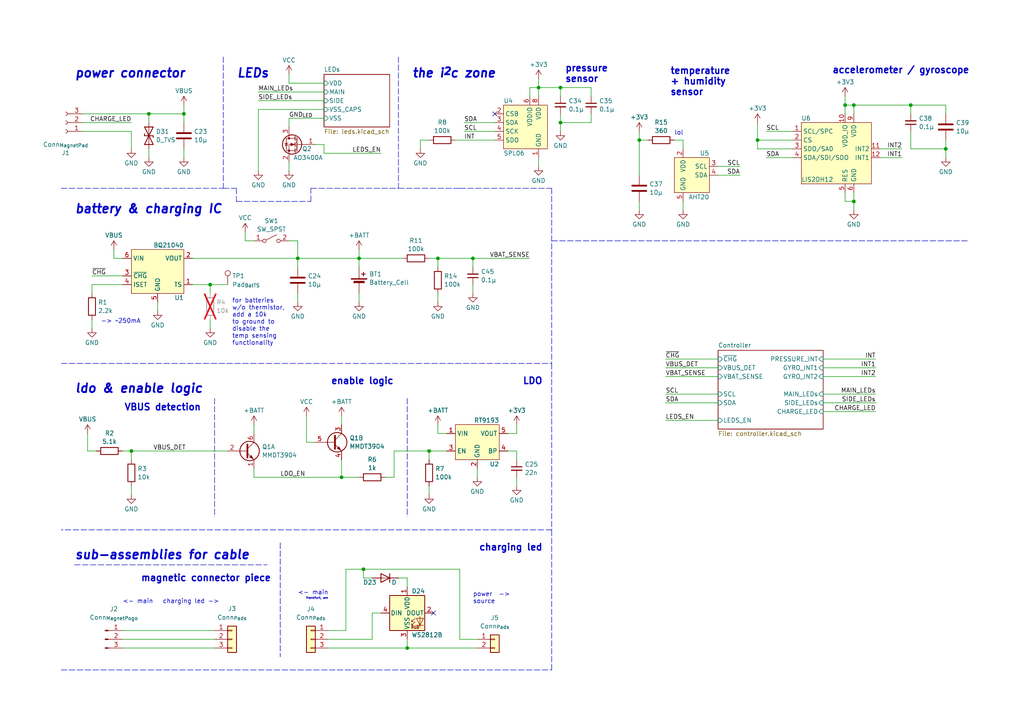
<source format=kicad_sch>
(kicad_sch (version 20230121) (generator eeschema)
  (paper "A4")
  (title_block (title "Self contained addressible RGB ring for 3M 501") (date "2024-01-08") (rev "r0.1") (company "xenua"))
  (lib_symbols
    (symbol "Connector:Conn_01x03_Pin" (pin_names (offset 1.016) hide)
      (property "Reference" "J" (at 0 5.08 0))
      (property "Value" "Conn_01x03_Pin" (at 0 -5.08 0))
      (symbol "Conn_01x03_Pin_1_1"
        (polyline (pts (xy 1.27 -2.54) (xy 0.8636 -2.54)) (stroke (width 0.1524)))
        (polyline (pts (xy 1.27 0) (xy 0.8636 0)) (stroke (width 0.1524)))
        (polyline (pts (xy 1.27 2.54) (xy 0.8636 2.54)) (stroke (width 0.1524)))
        (rectangle (start 0.8636 -2.413) (end 0 -2.667) (stroke (width 0.1524)) (fill (type outline)))
        (rectangle (start 0.8636 0.127) (end 0 -0.127) (stroke (width 0.1524)) (fill (type outline)))
        (rectangle (start 0.8636 2.667) (end 0 2.413) (stroke (width 0.1524)) (fill (type outline)))
        (pin passive line (at 5.08 2.54 180) (length 3.81) (name "Pin_1") (number "1"))
        (pin passive line (at 5.08 0 180) (length 3.81) (name "Pin_2") (number "2"))
        (pin passive line (at 5.08 -2.54 180) (length 3.81) (name "Pin_3") (number "3"))
      )
    )
    (symbol "Connector:Conn_01x03_Socket" (pin_names (offset 1.016) hide)
      (property "Reference" "J" (at 0 5.08 0))
      (property "Value" "Conn_01x03_Socket" (at 0 -5.08 0))
      (symbol "Conn_01x03_Socket_1_1"
        (arc (start 0 -2.032) (mid -0.5058 -2.54) (end 0 -3.048) (stroke (width 0.1524)))
        (polyline (pts (xy -1.27 -2.54) (xy -0.508 -2.54)) (stroke (width 0.1524)))
        (polyline (pts (xy -1.27 0) (xy -0.508 0)) (stroke (width 0.1524)))
        (polyline (pts (xy -1.27 2.54) (xy -0.508 2.54)) (stroke (width 0.1524)))
        (arc (start 0 0.508) (mid -0.5058 0) (end 0 -0.508) (stroke (width 0.1524)))
        (arc (start 0 3.048) (mid -0.5058 2.54) (end 0 2.032) (stroke (width 0.1524)))
        (pin passive line (at -5.08 2.54 0) (length 3.81) (name "Pin_1") (number "1"))
        (pin passive line (at -5.08 0 0) (length 3.81) (name "Pin_2") (number "2"))
        (pin passive line (at -5.08 -2.54 0) (length 3.81) (name "Pin_3") (number "3"))
      )
    )
    (symbol "Connector:TestPoint" (pin_numbers hide) (pin_names (offset 0.762) hide)
      (property "Reference" "TP" (at 0 6.858 0))
      (property "Value" "TestPoint" (at 0 5.08 0))
      (symbol "TestPoint_0_1"
        (circle (center 0 3.302) (radius 0.762))
      )
      (symbol "TestPoint_1_1"
        (pin passive line (at 0 0 90) (length 2.54) (name "1") (number "1"))
      )
    )
    (symbol "Connector_Generic:Conn_01x02" (pin_names (offset 1.016) hide)
      (property "Reference" "J" (at 0 2.54 0))
      (property "Value" "Conn_01x02" (at 0 -5.08 0))
      (symbol "Conn_01x02_1_1"
        (rectangle (start -1.27 -2.413) (end 0 -2.667) (stroke (width 0.1524)))
        (rectangle (start -1.27 0.127) (end 0 -0.127) (stroke (width 0.1524)))
        (rectangle (start -1.27 1.27) (end 1.27 -3.81) (stroke (width 0.254)) (fill (type background)))
        (pin passive line (at -5.08 0 0) (length 3.81) (name "Pin_1") (number "1"))
        (pin passive line (at -5.08 -2.54 0) (length 3.81) (name "Pin_2") (number "2"))
      )
    )
    (symbol "Connector_Generic:Conn_01x03" (pin_names (offset 1.016) hide)
      (property "Reference" "J" (at 0 5.08 0))
      (property "Value" "Conn_01x03" (at 0 -5.08 0))
      (symbol "Conn_01x03_1_1"
        (rectangle (start -1.27 -2.413) (end 0 -2.667) (stroke (width 0.1524)))
        (rectangle (start -1.27 0.127) (end 0 -0.127) (stroke (width 0.1524)))
        (rectangle (start -1.27 2.667) (end 0 2.413) (stroke (width 0.1524)))
        (rectangle (start -1.27 3.81) (end 1.27 -3.81) (stroke (width 0.254)) (fill (type background)))
        (pin passive line (at -5.08 2.54 0) (length 3.81) (name "Pin_1") (number "1"))
        (pin passive line (at -5.08 0 0) (length 3.81) (name "Pin_2") (number "2"))
        (pin passive line (at -5.08 -2.54 0) (length 3.81) (name "Pin_3") (number "3"))
      )
    )
    (symbol "Device:Battery_Cell" (pin_numbers hide) (pin_names (offset 0) hide)
      (property "Reference" "BT" (at 2.54 2.54 0))
      (property "Value" "Battery_Cell" (at 2.54 0 0))
      (symbol "Battery_Cell_0_1"
        (rectangle (start -2.286 1.778) (end 2.286 1.524) (fill (type outline)))
        (rectangle (start -1.524 1.016) (end 1.524 0.508) (fill (type outline)))
        (polyline (pts (xy 0 0.762) (xy 0 0)))
        (polyline (pts (xy 0 1.778) (xy 0 2.54)))
        (polyline (pts (xy 0.762 3.048) (xy 1.778 3.048)) (stroke (width 0.254)))
        (polyline (pts (xy 1.27 3.556) (xy 1.27 2.54)) (stroke (width 0.254)))
      )
      (symbol "Battery_Cell_1_1"
        (pin passive line (at 0 5.08 270) (length 2.54) (name "+") (number "1"))
        (pin passive line (at 0 -2.54 90) (length 2.54) (name "-") (number "2"))
      )
    )
    (symbol "Device:C" (pin_numbers hide) (pin_names (offset 0.254))
      (property "Reference" "C" (at 0.635 2.54 0))
      (property "Value" "C" (at 0.635 -2.54 0))
      (symbol "C_0_1"
        (polyline (pts (xy -2.032 -0.762) (xy 2.032 -0.762)) (stroke (width 0.508)))
        (polyline (pts (xy -2.032 0.762) (xy 2.032 0.762)) (stroke (width 0.508)))
      )
      (symbol "C_1_1"
        (pin passive line (at 0 3.81 270) (length 2.794) (name "~") (number "1"))
        (pin passive line (at 0 -3.81 90) (length 2.794) (name "~") (number "2"))
      )
    )
    (symbol "Device:C_Small" (pin_numbers hide) (pin_names (offset 0.254) hide)
      (property "Reference" "C" (at 0.254 1.778 0))
      (property "Value" "C_Small" (at 0.254 -2.032 0))
      (symbol "C_Small_0_1"
        (polyline (pts (xy -1.524 -0.508) (xy 1.524 -0.508)) (stroke (width 0.3302)))
        (polyline (pts (xy -1.524 0.508) (xy 1.524 0.508)) (stroke (width 0.3048)))
      )
      (symbol "C_Small_1_1"
        (pin passive line (at 0 2.54 270) (length 2.032) (name "~") (number "1"))
        (pin passive line (at 0 -2.54 90) (length 2.032) (name "~") (number "2"))
      )
    )
    (symbol "Device:D" (pin_numbers hide) (pin_names (offset 1.016) hide)
      (property "Reference" "D" (at 0 2.54 0))
      (property "Value" "D" (at 0 -2.54 0))
      (symbol "D_0_1"
        (polyline (pts (xy -1.27 1.27) (xy -1.27 -1.27)) (stroke (width 0.254)))
        (polyline (pts (xy 1.27 0) (xy -1.27 0)))
        (polyline (pts (xy 1.27 1.27) (xy 1.27 -1.27) (xy -1.27 0) (xy 1.27 1.27)) (stroke (width 0.254)))
      )
      (symbol "D_1_1"
        (pin passive line (at -3.81 0 0) (length 2.54) (name "K") (number "1"))
        (pin passive line (at 3.81 0 180) (length 2.54) (name "A") (number "2"))
      )
    )
    (symbol "Device:D_TVS" (pin_numbers hide) (pin_names (offset 1.016) hide)
      (property "Reference" "D" (at 0 2.54 0))
      (property "Value" "D_TVS" (at 0 -2.54 0))
      (symbol "D_TVS_0_1"
        (polyline (pts (xy 1.27 0) (xy -1.27 0)))
        (polyline (pts (xy 0.508 1.27) (xy 0 1.27) (xy 0 -1.27) (xy -0.508 -1.27)) (stroke (width 0.254)))
        (polyline (pts (xy -2.54 1.27) (xy -2.54 -1.27) (xy 2.54 1.27) (xy 2.54 -1.27) (xy -2.54 1.27)) (stroke (width 0.254)))
      )
      (symbol "D_TVS_1_1"
        (pin passive line (at -3.81 0 0) (length 2.54) (name "A1") (number "1"))
        (pin passive line (at 3.81 0 180) (length 2.54) (name "A2") (number "2"))
      )
    )
    (symbol "Device:R" (pin_numbers hide) (pin_names (offset 0))
      (property "Reference" "R" (at 2.032 0 90))
      (property "Value" "R" (at 0 0 90))
      (symbol "R_0_1"
        (rectangle (start -1.016 -2.54) (end 1.016 2.54) (stroke (width 0.254)))
      )
      (symbol "R_1_1"
        (pin passive line (at 0 3.81 270) (length 1.27) (name "~") (number "1"))
        (pin passive line (at 0 -3.81 90) (length 1.27) (name "~") (number "2"))
      )
    )
    (symbol "LED:WS2812B" (pin_names (offset 0.254))
      (property "Reference" "D" (at 5.08 5.715 0))
      (property "Value" "WS2812B" (at 1.27 -5.715 0))
      (symbol "WS2812B_0_0"
        (text "RGB" (at 2.286 -4.191 0) (effects (font (size 0.762 0.762))))
      )
      (symbol "WS2812B_0_1"
        (polyline (pts (xy 1.27 -3.556) (xy 1.778 -3.556)))
        (polyline (pts (xy 1.27 -2.54) (xy 1.778 -2.54)))
        (polyline (pts (xy 4.699 -3.556) (xy 2.667 -3.556)))
        (polyline (pts (xy 2.286 -2.54) (xy 1.27 -3.556) (xy 1.27 -3.048)))
        (polyline (pts (xy 2.286 -1.524) (xy 1.27 -2.54) (xy 1.27 -2.032)))
        (polyline (pts (xy 3.683 -1.016) (xy 3.683 -3.556) (xy 3.683 -4.064)))
        (polyline (pts (xy 4.699 -1.524) (xy 2.667 -1.524) (xy 3.683 -3.556) (xy 4.699 -1.524)))
        (rectangle (start 5.08 5.08) (end -5.08 -5.08) (stroke (width 0.254)) (fill (type background)))
      )
      (symbol "WS2812B_1_1"
        (pin power_in line (at 0 7.62 270) (length 2.54) (name "VDD") (number "1"))
        (pin output line (at 7.62 0 180) (length 2.54) (name "DOUT") (number "2"))
        (pin power_in line (at 0 -7.62 90) (length 2.54) (name "VSS") (number "3"))
        (pin input line (at -7.62 0 0) (length 2.54) (name "DIN") (number "4"))
      )
    )
    (symbol "Switch:SW_SPST" (pin_names (offset 0) hide)
      (property "Reference" "SW" (at 0 3.175 0))
      (property "Value" "SW_SPST" (at 0 -2.54 0))
      (symbol "SW_SPST_0_0"
        (circle (center -2.032 0) (radius 0.508))
        (polyline (pts (xy -1.524 0.254) (xy 1.524 1.778)))
        (circle (center 2.032 0) (radius 0.508))
      )
      (symbol "SW_SPST_1_1"
        (pin passive line (at -5.08 0 0) (length 2.54) (name "A") (number "1"))
        (pin passive line (at 5.08 0 180) (length 2.54) (name "B") (number "2"))
      )
    )
    (symbol "Transistor_BJT:MMDT3904" (pin_names (offset 0) hide)
      (property "Reference" "Q" (at 5.08 1.27 0))
      (property "Value" "MMDT3904" (at 5.08 -1.27 0))
      (symbol "MMDT3904_0_1"
        (polyline (pts (xy 0.635 0) (xy -2.54 0)))
        (polyline (pts (xy 0.635 0.635) (xy 2.54 2.54)))
        (polyline (pts (xy 0.635 -0.635) (xy 2.54 -2.54) (xy 2.54 -2.54)))
        (polyline (pts (xy 0.635 1.905) (xy 0.635 -1.905) (xy 0.635 -1.905)) (stroke (width 0.508)))
        (polyline (pts (xy 1.27 -1.778) (xy 1.778 -1.27) (xy 2.286 -2.286) (xy 1.27 -1.778) (xy 1.27 -1.778)) (fill (type outline)))
        (circle (center 1.27 0) (radius 2.8194) (stroke (width 0.254)))
      )
      (symbol "MMDT3904_1_1"
        (pin passive line (at 2.54 -5.08 90) (length 2.54) (name "E1") (number "1"))
        (pin input line (at -5.08 0 0) (length 2.54) (name "B1") (number "2"))
        (pin passive line (at 2.54 5.08 270) (length 2.54) (name "C1") (number "6"))
      )
      (symbol "MMDT3904_2_1"
        (pin passive line (at 2.54 5.08 270) (length 2.54) (name "C2") (number "3"))
        (pin passive line (at 2.54 -5.08 90) (length 2.54) (name "E2") (number "4"))
        (pin input line (at -5.08 0 0) (length 2.54) (name "B2") (number "5"))
      )
    )
    (symbol "Transistor_FET:AO3400A" (pin_names hide)
      (property "Reference" "Q" (at 5.08 1.905 0))
      (property "Value" "AO3400A" (at 5.08 0 0))
      (symbol "AO3400A_0_1"
        (polyline (pts (xy 0.254 0) (xy -2.54 0)))
        (polyline (pts (xy 0.254 1.905) (xy 0.254 -1.905)) (stroke (width 0.254)))
        (polyline (pts (xy 0.762 -1.27) (xy 0.762 -2.286)) (stroke (width 0.254)))
        (polyline (pts (xy 0.762 0.508) (xy 0.762 -0.508)) (stroke (width 0.254)))
        (polyline (pts (xy 0.762 2.286) (xy 0.762 1.27)) (stroke (width 0.254)))
        (polyline (pts (xy 2.54 2.54) (xy 2.54 1.778)))
        (polyline (pts (xy 2.54 -2.54) (xy 2.54 0) (xy 0.762 0)))
        (polyline (pts (xy 0.762 -1.778) (xy 3.302 -1.778) (xy 3.302 1.778) (xy 0.762 1.778)))
        (polyline (pts (xy 1.016 0) (xy 2.032 0.381) (xy 2.032 -0.381) (xy 1.016 0)) (fill (type outline)))
        (polyline (pts (xy 2.794 0.508) (xy 2.921 0.381) (xy 3.683 0.381) (xy 3.81 0.254)))
        (polyline (pts (xy 3.302 0.381) (xy 2.921 -0.254) (xy 3.683 -0.254) (xy 3.302 0.381)))
        (circle (center 1.651 0) (radius 2.794) (stroke (width 0.254)))
        (circle (center 2.54 -1.778) (radius 0.254) (fill (type outline)))
        (circle (center 2.54 1.778) (radius 0.254) (fill (type outline)))
      )
      (symbol "AO3400A_1_1"
        (pin input line (at -5.08 0 0) (length 2.54) (name "G") (number "1"))
        (pin passive line (at 2.54 -5.08 90) (length 2.54) (name "S") (number "2"))
        (pin passive line (at 2.54 5.08 270) (length 2.54) (name "D") (number "3"))
      )
    )
    (symbol "power:+3V3" (power) (pin_names (offset 0))
      (property "Value" "+3V3" (at 0 3.556 0))
      (symbol "+3V3_0_1"
        (polyline (pts (xy -0.762 1.27) (xy 0 2.54)))
        (polyline (pts (xy 0 0) (xy 0 2.54)))
        (polyline (pts (xy 0 2.54) (xy 0.762 1.27)))
      )
      (symbol "+3V3_1_1"
        (pin power_in line (at 0 0 90) (length 0) hide (name "+3V3") (number "1"))
      )
    )
    (symbol "power:+BATT" (power) (pin_names (offset 0))
      (property "Value" "+BATT" (at 0 3.556 0))
      (symbol "+BATT_0_1"
        (polyline (pts (xy -0.762 1.27) (xy 0 2.54)))
        (polyline (pts (xy 0 0) (xy 0 2.54)))
        (polyline (pts (xy 0 2.54) (xy 0.762 1.27)))
      )
      (symbol "+BATT_1_1"
        (pin power_in line (at 0 0 90) (length 0) hide (name "+BATT") (number "1"))
      )
    )
    (symbol "power:GND" (power) (pin_names (offset 0))
      (property "Value" "GND" (at 0 -3.81 0))
      (symbol "GND_0_1"
        (polyline (pts (xy 0 0) (xy 0 -1.27) (xy 1.27 -1.27) (xy 0 -2.54) (xy -1.27 -1.27) (xy 0 -1.27)))
      )
      (symbol "GND_1_1"
        (pin power_in line (at 0 0 270) (length 0) hide (name "GND") (number "1"))
      )
    )
    (symbol "power:VBUS" (power) (pin_names (offset 0))
      (property "Value" "VBUS" (at 0 3.81 0))
      (symbol "VBUS_0_1"
        (polyline (pts (xy -0.762 1.27) (xy 0 2.54)))
        (polyline (pts (xy 0 0) (xy 0 2.54)))
        (polyline (pts (xy 0 2.54) (xy 0.762 1.27)))
      )
      (symbol "VBUS_1_1"
        (pin power_in line (at 0 0 90) (length 0) hide (name "VBUS") (number "1"))
      )
    )
    (symbol "power:VCC" (power) (pin_names (offset 0))
      (property "Value" "VCC" (at 0 3.81 0))
      (symbol "VCC_0_1"
        (polyline (pts (xy -0.762 1.27) (xy 0 2.54)))
        (polyline (pts (xy 0 0) (xy 0 2.54)))
        (polyline (pts (xy 0 2.54) (xy 0.762 1.27)))
      )
      (symbol "VCC_1_1"
        (pin power_in line (at 0 0 90) (length 0) hide (name "VCC") (number "1"))
      )
    )
    (symbol "xenua:AHT20"
      (property "Reference" "U" (at 5.08 6.35 0))
      (property "Value" "AHT20" (at 5.08 -6.35 0))
      (symbol "AHT20_0_1"
        (rectangle (start 3.81 -5.08) (end 3.81 -5.08))
      )
      (symbol "AHT20_1_1"
        (rectangle (start -5.08 5.08) (end 5.08 -5.08) (fill (type background)))
        (pin no_connect line (at 7.62 -2.54 180) (length 2.54) hide (name "NC") (number "1"))
        (pin power_in line (at -2.54 7.62 270) (length 2.54) (name "VDD") (number "2"))
        (pin input line (at 7.62 2.54 180) (length 2.54) (name "SCL") (number "3"))
        (pin input line (at 7.62 0 180) (length 2.54) (name "SDA") (number "4"))
        (pin power_in line (at -2.54 -7.62 90) (length 2.54) (name "GND") (number "5"))
        (pin no_connect line (at 7.62 -2.54 180) (length 2.54) hide (name "NC") (number "6"))
      )
    )
    (symbol "xenua:BQ21040"
      (property "Reference" "U" (at 7.62 -7.62 0))
      (property "Value" "BQ21040" (at 7.62 7.62 0))
      (symbol "BQ21040_1_1"
        (rectangle (start -7.62 6.35) (end 7.62 -6.35) (fill (type background)))
        (pin input line (at 10.16 -3.81 180) (length 2.54) (name "TS") (number "1"))
        (pin power_out line (at 10.16 3.81 180) (length 2.54) (name "VOUT") (number "2"))
        (pin output line (at -10.16 -1.27 0) (length 2.54) (name "~{CHG}") (number "3"))
        (pin input line (at -10.16 -3.81 0) (length 2.54) (name "ISET") (number "4"))
        (pin power_in line (at 0 -8.89 90) (length 2.54) (name "GND") (number "5"))
        (pin power_in line (at -10.16 3.81 0) (length 2.54) (name "VIN") (number "6"))
      )
    )
    (symbol "xenua:LIS2DH12"
      (property "Reference" "U" (at 0 1.27 0))
      (property "Value" "LIS2DH12" (at 0 -16.51 0))
      (symbol "LIS2DH12_1_1"
        (rectangle (start 0 0) (end 20.32 -17.78) (fill (type background)))
        (pin input line (at -2.54 -2.54 0) (length 2.54) (name "SCL/SPC") (number "1"))
        (pin power_in line (at 12.7 2.54 270) (length 2.54) (name "VDD_IO") (number "10"))
        (pin output line (at 22.86 -7.62 180) (length 2.54) (name "INT2") (number "11"))
        (pin output line (at 22.86 -10.16 180) (length 2.54) (name "INT1") (number "12"))
        (pin input line (at -2.54 -5.08 0) (length 2.54) (name "CS") (number "2"))
        (pin bidirectional line (at -2.54 -7.62 0) (length 2.54) (name "SDO/SA0") (number "3"))
        (pin bidirectional line (at -2.54 -10.16 0) (length 2.54) (name "SDA/SDI/SDO") (number "4"))
        (pin bidirectional line (at 12.7 -20.32 90) (length 2.54) (name "RES") (number "5"))
        (pin power_in line (at 15.24 -20.32 90) (length 2.54) (name "GND") (number "6"))
        (pin power_in line (at 15.24 -20.32 90) (length 2.54) hide (name "GND") (number "7"))
        (pin power_in line (at 15.24 -20.32 90) (length 2.54) hide (name "GND") (number "8"))
        (pin power_in line (at 15.24 2.54 270) (length 2.54) (name "VDD") (number "9"))
      )
    )
    (symbol "xenua:RT9193"
      (property "Reference" "U" (at 6.35 -6.35 0))
      (property "Value" "RT9193" (at 6.35 6.35 0))
      (symbol "RT9193_1_1"
        (rectangle (start -6.35 5.08) (end 6.35 -5.08) (fill (type background)))
        (pin power_in line (at -8.89 2.54 0) (length 2.54) (name "VIN") (number "1"))
        (pin power_in line (at 0 -7.62 90) (length 2.54) (name "GND") (number "2"))
        (pin input line (at -8.89 -2.54 0) (length 2.54) (name "EN") (number "3"))
        (pin output line (at 8.89 -2.54 180) (length 2.54) (name "BP") (number "4"))
        (pin power_out line (at 8.89 2.54 180) (length 2.54) (name "VOUT") (number "5"))
      )
    )
    (symbol "xenua:SPL06"
      (property "Reference" "U" (at -6.35 7.62 0))
      (property "Value" "SPL06" (at -6.35 -7.62 0))
      (symbol "SPL06_1_1"
        (rectangle (start -6.35 6.35) (end 6.35 -6.35) (fill (type background)))
        (pin power_in line (at 3.81 -8.89 90) (length 2.54) (name "GND") (number "1"))
        (pin input line (at -8.89 3.81 0) (length 2.54) (name "CSB") (number "2"))
        (pin input line (at -8.89 1.27 0) (length 2.54) (name "SDA") (number "3"))
        (pin input line (at -8.89 -1.27 0) (length 2.54) (name "SCK") (number "4"))
        (pin bidirectional line (at -8.89 -3.81 0) (length 2.54) (name "SDO") (number "5"))
        (pin power_in line (at 1.27 8.89 270) (length 2.54) (name "VDDIO") (number "6"))
        (pin power_in line (at 3.81 -8.89 90) (length 2.54) hide (name "GND") (number "7"))
        (pin power_in line (at 3.81 8.89 270) (length 2.54) (name "VDD") (number "8"))
      )
    )
  )
  (junction (at 99.06 138.43))
  (junction (at 219.71 40.64))
  (junction (at 264.16 30.48))
  (junction (at 118.11 187.96))
  (junction (at 274.32 43.18))
  (junction (at 245.11 30.48))
  (junction (at 162.56 35.56))
  (junction (at 162.56 25.4))
  (junction (at 247.65 30.48))
  (junction (at 127 74.93))
  (junction (at 43.18 33.02))
  (junction (at 38.1 130.81))
  (junction (at 60.96 82.55))
  (junction (at 185.42 40.64))
  (junction (at 137.16 74.93))
  (junction (at 104.14 74.93))
  (junction (at 86.36 74.93))
  (junction (at 124.46 130.81))
  (junction (at 156.21 25.4))
  (junction (at 247.65 58.42))
  (junction (at 105.41 165.1))
  (junction (at 53.34 33.02))
  (no_connect (at 125.73 177.8))
  (no_connect (at 143.51 33.02))
  (wire (pts (xy 149.86 123.19) (xy 149.86 125.73)))
  (wire (pts (xy 83.82 34.29) (xy 93.98 34.29)))
  (wire (pts (xy 149.86 130.81) (xy 147.32 130.81)))
  (polyline (pts (xy 81.28 157.48) (xy 81.28 190.5)) (stroke (width 0) (type dash)))
  (wire (pts (xy 83.82 36.83) (xy 83.82 34.29)))
  (wire (pts (xy 198.12 40.64) (xy 198.12 43.18)))
  (wire (pts (xy 238.76 119.38) (xy 254 119.38)))
  (wire (pts (xy 71.12 67.31) (xy 71.12 69.85)))
  (wire (pts (xy 35.56 74.93) (xy 33.02 74.93)))
  (polyline (pts (xy 160.02 54.61) (xy 160.02 105.41)) (stroke (width 0) (type dash)))
  (wire (pts (xy 93.98 41.91) (xy 93.98 44.45)))
  (wire (pts (xy 208.28 50.8) (xy 214.63 50.8)))
  (wire (pts (xy 25.4 125.73) (xy 25.4 130.81)))
  (wire (pts (xy 127 74.93) (xy 124.46 74.93)))
  (wire (pts (xy 162.56 35.56) (xy 162.56 38.1)))
  (wire (pts (xy 185.42 40.64) (xy 187.96 40.64)))
  (polyline (pts (xy 90.17 54.61) (xy 115.57 54.61)) (stroke (width 0) (type dash)))
  (wire (pts (xy 264.16 43.18) (xy 274.32 43.18)))
  (wire (pts (xy 35.56 82.55) (xy 26.67 82.55)))
  (wire (pts (xy 86.36 74.93) (xy 86.36 69.85)))
  (wire (pts (xy 53.34 33.02) (xy 53.34 35.56)))
  (wire (pts (xy 86.36 85.09) (xy 86.36 87.63)))
  (wire (pts (xy 193.04 116.84) (xy 208.28 116.84)))
  (wire (pts (xy 219.71 35.56) (xy 219.71 40.64)))
  (polyline (pts (xy 90.17 58.42) (xy 90.17 54.61)) (stroke (width 0) (type dash)))
  (polyline (pts (xy 17.78 54.61) (xy 64.77 54.61)) (stroke (width 0) (type dash)))
  (wire (pts (xy 162.56 35.56) (xy 171.45 35.56)))
  (wire (pts (xy 238.76 116.84) (xy 254 116.84)))
  (wire (pts (xy 162.56 33.02) (xy 162.56 35.56)))
  (wire (pts (xy 124.46 130.81) (xy 124.46 133.35)))
  (wire (pts (xy 73.66 123.19) (xy 73.66 125.73)))
  (wire (pts (xy 83.82 21.59) (xy 83.82 24.13)))
  (wire (pts (xy 193.04 104.14) (xy 208.28 104.14)))
  (wire (pts (xy 264.16 30.48) (xy 264.16 33.02)))
  (wire (pts (xy 171.45 25.4) (xy 162.56 25.4)))
  (wire (pts (xy 162.56 25.4) (xy 156.21 25.4)))
  (wire (pts (xy 156.21 25.4) (xy 156.21 27.94)))
  (wire (pts (xy 24.13 33.02) (xy 43.18 33.02)))
  (wire (pts (xy 74.93 29.21) (xy 93.98 29.21)))
  (wire (pts (xy 104.14 85.09) (xy 104.14 87.63)))
  (wire (pts (xy 198.12 58.42) (xy 198.12 60.96)))
  (wire (pts (xy 124.46 40.64) (xy 121.92 40.64)))
  (wire (pts (xy 93.98 44.45) (xy 110.49 44.45)))
  (polyline (pts (xy 118.11 115.57) (xy 118.11 149.86)) (stroke (width 0) (type dash)))
  (wire (pts (xy 193.04 109.22) (xy 208.28 109.22)))
  (wire (pts (xy 137.16 82.55) (xy 137.16 85.09)))
  (wire (pts (xy 26.67 82.55) (xy 26.67 85.09)))
  (wire (pts (xy 83.82 46.99) (xy 83.82 49.53)))
  (wire (pts (xy 91.44 41.91) (xy 93.98 41.91)))
  (wire (pts (xy 245.11 55.88) (xy 245.11 58.42)))
  (wire (pts (xy 74.93 31.75) (xy 74.93 49.53)))
  (wire (pts (xy 100.33 165.1) (xy 105.41 165.1)))
  (wire (pts (xy 107.95 177.8) (xy 110.49 177.8)))
  (wire (pts (xy 185.42 38.1) (xy 185.42 40.64)))
  (wire (pts (xy 127 74.93) (xy 137.16 74.93)))
  (wire (pts (xy 137.16 74.93) (xy 137.16 77.47)))
  (wire (pts (xy 274.32 33.02) (xy 274.32 30.48)))
  (wire (pts (xy 38.1 130.81) (xy 38.1 133.35)))
  (wire (pts (xy 127 85.09) (xy 127 87.63)))
  (wire (pts (xy 60.96 92.71) (xy 60.96 95.25)))
  (polyline (pts (xy 160.02 69.85) (xy 280.67 69.85)) (stroke (width 0) (type dash)))
  (wire (pts (xy 156.21 22.86) (xy 156.21 25.4)))
  (wire (pts (xy 274.32 43.18) (xy 274.32 40.64)))
  (wire (pts (xy 95.25 182.88) (xy 100.33 182.88)))
  (wire (pts (xy 53.34 45.72) (xy 53.34 43.18)))
  (wire (pts (xy 149.86 138.43) (xy 149.86 140.97)))
  (wire (pts (xy 115.57 167.64) (xy 118.11 167.64)))
  (wire (pts (xy 238.76 109.22) (xy 254 109.22)))
  (wire (pts (xy 60.96 85.09) (xy 60.96 82.55)))
  (wire (pts (xy 195.58 40.64) (xy 198.12 40.64)))
  (wire (pts (xy 95.25 187.96) (xy 118.11 187.96)))
  (polyline (pts (xy 68.58 54.61) (xy 68.58 58.42)) (stroke (width 0) (type dash)))
  (wire (pts (xy 171.45 33.02) (xy 171.45 35.56)))
  (wire (pts (xy 134.62 35.56) (xy 143.51 35.56)))
  (wire (pts (xy 104.14 74.93) (xy 104.14 77.47)))
  (polyline (pts (xy 115.57 54.61) (xy 133.35 54.61)) (stroke (width 0) (type dash)))
  (wire (pts (xy 238.76 106.68) (xy 254 106.68)))
  (polyline (pts (xy 115.57 16.51) (xy 115.57 54.61)) (stroke (width 0) (type dash)))
  (wire (pts (xy 247.65 58.42) (xy 247.65 60.96)))
  (wire (pts (xy 132.08 40.64) (xy 143.51 40.64)))
  (wire (pts (xy 147.32 125.73) (xy 149.86 125.73)))
  (wire (pts (xy 99.06 138.43) (xy 104.14 138.43)))
  (wire (pts (xy 247.65 30.48) (xy 264.16 30.48)))
  (wire (pts (xy 35.56 185.42) (xy 62.23 185.42)))
  (wire (pts (xy 107.95 185.42) (xy 95.25 185.42)))
  (wire (pts (xy 53.34 30.48) (xy 53.34 33.02)))
  (wire (pts (xy 222.25 38.1) (xy 229.87 38.1)))
  (wire (pts (xy 38.1 140.97) (xy 38.1 143.51)))
  (wire (pts (xy 153.67 27.94) (xy 153.67 25.4)))
  (wire (pts (xy 208.28 48.26) (xy 214.63 48.26)))
  (wire (pts (xy 38.1 38.1) (xy 24.13 38.1)))
  (wire (pts (xy 73.66 135.89) (xy 73.66 138.43)))
  (wire (pts (xy 100.33 182.88) (xy 100.33 165.1)))
  (wire (pts (xy 25.4 130.81) (xy 27.94 130.81)))
  (wire (pts (xy 43.18 33.02) (xy 53.34 33.02)))
  (polyline (pts (xy 133.35 54.61) (xy 160.02 54.61)) (stroke (width 0) (type dash)))
  (wire (pts (xy 247.65 58.42) (xy 247.65 55.88)))
  (wire (pts (xy 222.25 45.72) (xy 229.87 45.72)))
  (wire (pts (xy 134.62 38.1) (xy 143.51 38.1)))
  (wire (pts (xy 24.13 35.56) (xy 38.1 35.56)))
  (wire (pts (xy 60.96 82.55) (xy 66.04 82.55)))
  (wire (pts (xy 185.42 40.64) (xy 185.42 50.8)))
  (wire (pts (xy 45.72 90.17) (xy 45.72 87.63)))
  (polyline (pts (xy 62.23 115.57) (xy 62.23 149.86)) (stroke (width 0) (type dash)))
  (wire (pts (xy 43.18 43.18) (xy 43.18 45.72)))
  (wire (pts (xy 26.67 92.71) (xy 26.67 95.25)))
  (wire (pts (xy 247.65 30.48) (xy 245.11 30.48)))
  (wire (pts (xy 245.11 58.42) (xy 247.65 58.42)))
  (wire (pts (xy 127 125.73) (xy 129.54 125.73)))
  (wire (pts (xy 35.56 182.88) (xy 62.23 182.88)))
  (wire (pts (xy 35.56 187.96) (xy 62.23 187.96)))
  (wire (pts (xy 86.36 74.93) (xy 86.36 77.47)))
  (wire (pts (xy 107.95 167.64) (xy 105.41 167.64)))
  (wire (pts (xy 118.11 187.96) (xy 138.43 187.96)))
  (wire (pts (xy 38.1 130.81) (xy 66.04 130.81)))
  (wire (pts (xy 83.82 69.85) (xy 86.36 69.85)))
  (wire (pts (xy 229.87 40.64) (xy 219.71 40.64)))
  (polyline (pts (xy 64.77 16.51) (xy 64.77 54.61)) (stroke (width 0) (type dash)))
  (wire (pts (xy 121.92 40.64) (xy 121.92 43.18)))
  (polyline (pts (xy 17.78 105.41) (xy 160.02 105.41)) (stroke (width 0) (type dash)))
  (wire (pts (xy 153.67 25.4) (xy 156.21 25.4)))
  (polyline (pts (xy 64.77 54.61) (xy 68.58 54.61)) (stroke (width 0) (type dash)))
  (polyline (pts (xy 68.58 58.42) (xy 90.17 58.42)) (stroke (width 0) (type dash)))
  (wire (pts (xy 86.36 74.93) (xy 104.14 74.93)))
  (wire (pts (xy 274.32 43.18) (xy 274.32 45.72)))
  (wire (pts (xy 107.95 177.8) (xy 107.95 185.42)))
  (wire (pts (xy 219.71 43.18) (xy 219.71 40.64)))
  (wire (pts (xy 162.56 25.4) (xy 162.56 27.94)))
  (wire (pts (xy 137.16 74.93) (xy 153.67 74.93)))
  (wire (pts (xy 193.04 121.92) (xy 208.28 121.92)))
  (wire (pts (xy 93.98 31.75) (xy 74.93 31.75)))
  (wire (pts (xy 264.16 30.48) (xy 274.32 30.48)))
  (wire (pts (xy 74.93 26.67) (xy 93.98 26.67)))
  (wire (pts (xy 255.27 45.72) (xy 261.62 45.72)))
  (polyline (pts (xy 160.02 105.41) (xy 160.02 153.67)) (stroke (width 0) (type dash)))
  (wire (pts (xy 219.71 43.18) (xy 229.87 43.18)))
  (wire (pts (xy 193.04 114.3) (xy 208.28 114.3)))
  (wire (pts (xy 138.43 135.89) (xy 138.43 138.43)))
  (polyline (pts (xy 17.78 194.31) (xy 160.02 194.31)) (stroke (width 0) (type dash)))
  (polyline (pts (xy 160.02 194.31) (xy 160.02 153.67)) (stroke (width 0) (type dash)))
  (wire (pts (xy 238.76 104.14) (xy 254 104.14)))
  (wire (pts (xy 104.14 72.39) (xy 104.14 74.93)))
  (wire (pts (xy 138.43 185.42) (xy 133.35 185.42)))
  (wire (pts (xy 104.14 74.93) (xy 116.84 74.93)))
  (wire (pts (xy 247.65 30.48) (xy 247.65 33.02)))
  (wire (pts (xy 156.21 45.72) (xy 156.21 48.26)))
  (polyline (pts (xy 21.59 163.83) (xy 77.47 163.83)) (stroke (width 0) (type dash)))
  (wire (pts (xy 171.45 27.94) (xy 171.45 25.4)))
  (wire (pts (xy 99.06 133.35) (xy 99.06 138.43)))
  (wire (pts (xy 264.16 38.1) (xy 264.16 43.18)))
  (wire (pts (xy 83.82 24.13) (xy 93.98 24.13)))
  (wire (pts (xy 118.11 167.64) (xy 118.11 170.18)))
  (wire (pts (xy 149.86 133.35) (xy 149.86 130.81)))
  (wire (pts (xy 114.3 138.43) (xy 114.3 130.81)))
  (polyline (pts (xy 160.02 153.67) (xy 17.78 153.67)) (stroke (width 0) (type dash)))
  (wire (pts (xy 185.42 58.42) (xy 185.42 60.96)))
  (wire (pts (xy 124.46 130.81) (xy 129.54 130.81)))
  (wire (pts (xy 105.41 165.1) (xy 133.35 165.1)))
  (wire (pts (xy 99.06 120.65) (xy 99.06 123.19)))
  (wire (pts (xy 124.46 140.97) (xy 124.46 143.51)))
  (wire (pts (xy 43.18 33.02) (xy 43.18 35.56)))
  (wire (pts (xy 255.27 43.18) (xy 261.62 43.18)))
  (wire (pts (xy 238.76 114.3) (xy 254 114.3)))
  (wire (pts (xy 245.11 33.02) (xy 245.11 30.48)))
  (wire (pts (xy 33.02 72.39) (xy 33.02 74.93)))
  (wire (pts (xy 118.11 185.42) (xy 118.11 187.96)))
  (wire (pts (xy 111.76 138.43) (xy 114.3 138.43)))
  (wire (pts (xy 245.11 27.94) (xy 245.11 30.48)))
  (wire (pts (xy 55.88 74.93) (xy 86.36 74.93)))
  (wire (pts (xy 91.44 128.27) (xy 88.9 128.27)))
  (wire (pts (xy 35.56 130.81) (xy 38.1 130.81)))
  (wire (pts (xy 73.66 138.43) (xy 99.06 138.43)))
  (wire (pts (xy 38.1 43.18) (xy 38.1 38.1)))
  (wire (pts (xy 133.35 165.1) (xy 133.35 185.42)))
  (wire (pts (xy 193.04 106.68) (xy 208.28 106.68)))
  (wire (pts (xy 71.12 69.85) (xy 73.66 69.85)))
  (wire (pts (xy 105.41 167.64) (xy 105.41 165.1)))
  (wire (pts (xy 88.9 128.27) (xy 88.9 120.65)))
  (wire (pts (xy 114.3 130.81) (xy 124.46 130.81)))
  (wire (pts (xy 26.67 80.01) (xy 35.56 80.01)))
  (wire (pts (xy 127 123.19) (xy 127 125.73)))
  (wire (pts (xy 60.96 82.55) (xy 55.88 82.55)))
  (wire (pts (xy 127 77.47) (xy 127 74.93)))
  (text "the i^{2}c zone" (at 119.38 22.86 0) (effects (font (size 2.54 2.54) (thickness 0.508) bold italic) (justify left bottom)))
  (text "LEDs" (at 68.58 22.86 0) (effects (font (size 2.54 2.54) (thickness 0.508) bold italic) (justify left bottom)))
  (text "sub-assemblies for cable" (at 21.59 162.56 0) (effects (font (size 2.54 2.54) (thickness 0.508) bold italic) (justify left bottom)))
  (text "charging led" (at 157.48 160.02 0) (effects (font (size 1.905 1.905) (thickness 0.381) bold) (justify right bottom)))
  (text "LDO" (at 157.48 111.76 0) (effects (font (size 1.905 1.905) (thickness 0.381) bold) (justify right bottom)))
  (text "enable logic" (at 114.3 111.76 0) (effects (font (size 1.905 1.905) (thickness 0.381) bold) (justify right bottom)))
  (text "-> ~250mA" (at 29.21 93.98 0) (effects (font (size 1.27 1.27)) (justify left bottom)))
  (text "<- main" (at 86.36 172.72 0) (effects (font (size 1.27 1.27)) (justify left bottom)))
  (text "for batteries\nw/o thermistor,\nadd a 10k\nto ground to\ndisable the\ntemp sensing\nfunctionality" (at 67.31 100.33 0) (effects (font (size 1.27 1.27)) (justify left bottom)))
  (text "lol" (at 195.58 39.37 0) (effects (font (size 1.27 1.27)) (justify left bottom)))
  (text "frankfurt, am" (at 95.25 173.99 0) (effects (font (size 0.635 0.635)) (justify right bottom)))
  (text "ldo & enable logic" (at 21.59 114.3 0) (effects (font (size 2.54 2.54) (thickness 0.508) bold italic) (justify left bottom)))
  (text "magnetic connector piece" (at 78.74 168.91 0) (effects (font (size 1.905 1.905) (thickness 0.381) bold) (justify right bottom)))
  (text "pressure\nsensor" (at 163.83 24.13 0) (effects (font (size 1.905 1.905) (thickness 0.381) bold) (justify left bottom)))
  (text "temperature\n+ humidity\nsensor" (at 194.31 27.94 0) (effects (font (size 1.905 1.905) (thickness 0.381) bold) (justify left bottom)))
  (text "accelerometer / gyroscope" (at 241.3 21.59 0) (effects (font (size 1.905 1.905) (thickness 0.381) bold) (justify left bottom)))
  (text "battery & charging IC" (at 21.59 62.23 0) (effects (font (size 2.54 2.54) (thickness 0.508) bold italic) (justify left bottom)))
  (text "power  ->\nsource" (at 137.16 175.26 0) (effects (font (size 1.27 1.27)) (justify left bottom)))
  (text "<- main   charging led ->" (at 35.56 175.26 0) (effects (font (size 1.27 1.27)) (justify left bottom)))
  (text "power connector" (at 21.59 22.86 0) (effects (font (size 2.54 2.54) (thickness 0.508) bold italic) (justify left bottom)))
  (text "VBUS detection" (at 58.42 119.38 0) (effects (font (size 1.905 1.905) (thickness 0.381) bold) (justify right bottom)))
  (label "SCL" (at 134.62 38.1 0))
  (label "SDA" (at 193.04 116.84 0))
  (label "~{CHG}" (at 193.04 104.14 0))
  (label "SCL" (at 214.63 48.26 180))
  (label "GND_{LED}" (at 83.82 34.29 0))
  (label "INT1" (at 261.62 45.72 180))
  (label "LDO_EN" (at 81.28 138.43 0))
  (label "SIDE_LEDs" (at 254 116.84 180))
  (label "MAIN_LEDs" (at 74.93 26.67 0))
  (label "VBAT_SENSE" (at 193.04 109.22 0))
  (label "MAIN_LEDs" (at 254 114.3 180))
  (label "INT2" (at 261.62 43.18 180))
  (label "LEDS_EN" (at 110.49 44.45 180))
  (label "INT1" (at 254 106.68 180))
  (label "SIDE_LEDs" (at 74.93 29.21 0))
  (label "VBUS_DET" (at 193.04 106.68 0))
  (label "SDA" (at 222.25 45.72 0))
  (label "VBAT_SENSE" (at 153.67 74.93 180))
  (label "INT" (at 134.62 40.64 0))
  (label "SCL" (at 222.25 38.1 0))
  (label "INT" (at 254 104.14 180))
  (label "SCL" (at 193.04 114.3 0))
  (label "VBUS_DET" (at 44.45 130.81 0))
  (label "SDA" (at 134.62 35.56 0))
  (label "SDA" (at 214.63 50.8 180))
  (label "INT2" (at 254 109.22 180))
  (label "CHARGE_LED" (at 254 119.38 180))
  (label "LEDS_EN" (at 193.04 121.92 0))
  (label "CHARGE_LED" (at 38.1 35.56 180))
  (label "~{CHG}" (at 26.67 80.01 0))
  (symbol (lib_id "Device:R") (at 120.65 74.93 90) (unit 1)
    (property "Reference" "R11" (at 120.65 69.7697 90))
    (property "Value" "100k" (at 120.65 72.1939 90))
    (property "Footprint" "Resistor_SMD:R_0402_1005Metric" (effects hide))
  )
  (symbol (lib_id "Connector:Conn_01x03_Socket") (at 19.05 35.56 180) (unit 1)
    (property "Reference" "J1" (at 19.05 44.3342 0))
    (property "Value" "Conn_{MagnetPad}" (at 19.05 41.91 0))
    (property "Footprint" "xenua:Conn_Magnet_3p" (effects hide))
  )
  (symbol (lib_id "power:GND") (at 60.96 95.25 0) (unit 1)
    (property "Reference" "#PWR09" (effects hide))
    (property "Value" "GND" (at 60.96 99.3831 0))
  )
  (symbol (lib_id "power:+3V3") (at 185.42 38.1 0) (unit 1)
    (property "Reference" "#PWR044" (effects hide))
    (property "Value" "+3V3" (at 185.42 33.9669 0))
  )
  (symbol (lib_id "power:GND") (at 74.93 49.53 0) (unit 1)
    (property "Reference" "#PWR011" (effects hide))
    (property "Value" "GND" (at 74.93 53.6631 0))
  )
  (symbol (lib_id "power:GND") (at 38.1 143.51 0) (unit 1)
    (property "Reference" "#PWR05" (effects hide))
    (property "Value" "GND" (at 38.1 147.6431 0))
  )
  (symbol (lib_id "Device:Battery_Cell") (at 104.14 82.55 0) (unit 1)
    (property "Reference" "BT1" (at 107.061 79.4964 0) (effects (justify left)))
    (property "Value" "Battery_Cell" (at 107.061 81.9206 0) (effects (justify left)))
    (property "Footprint" "xenua:Bat_Leads" (effects hide))
  )
  (symbol (lib_id "Connector_Generic:Conn_01x03") (at 67.31 185.42 0) (unit 1)
    (property "Reference" "J3" (at 67.31 176.53 0))
    (property "Value" "Conn_{Pads}" (at 67.31 179.07 0))
    (property "Footprint" "Connector_PinHeader_2.54mm:PinHeader_1x03_P2.54mm_Vertical" (effects hide))
  )
  (symbol (lib_id "Device:C") (at 86.36 81.28 0) (unit 1)
    (property "Reference" "C24" (at 89.281 80.0679 0) (effects (justify left)))
    (property "Value" "10µ" (at 89.281 82.4921 0) (effects (justify left)))
    (property "Footprint" "Capacitor_SMD:C_0402_1005Metric" (effects hide))
  )
  (symbol (lib_id "power:GND") (at 247.65 60.96 0) (unit 1)
    (property "Reference" "#PWR049" (effects hide))
    (property "Value" "GND" (at 247.65 65.0931 0))
  )
  (symbol (lib_id "Transistor_FET:AO3400A") (at 86.36 41.91 0) (mirror y) (unit 1)
    (property "Reference" "Q2" (at 87.63 43.18 0) (effects (justify right)))
    (property "Value" "AO3400A" (at 85.09 45.72 0) (effects (justify right)))
    (property "Footprint" "Package_TO_SOT_SMD:SOT-23" (effects hide))
    (property "Datasheet" "http://www.aosmd.com/pdfs/datasheet/AO3400A.pdf" (effects hide))
  )
  (symbol (lib_id "Transistor_BJT:MMDT3904") (at 71.12 130.81 0) (unit 1)
    (property "Reference" "Q1" (at 75.9714 129.5979 0) (effects (justify left)))
    (property "Value" "MMDT3904" (at 75.9714 132.0221 0) (effects (justify left)))
    (property "Footprint" "Package_TO_SOT_SMD:SOT-363_SC-70-6" (effects hide))
    (property "Datasheet" "http://www.diodes.com/_files/datasheets/ds30088.pdf" (effects hide))
    (property "LCSC" "C7472870" (effects hide))
  )
  (symbol (lib_id "power:GND") (at 162.56 38.1 0) (unit 1)
    (property "Reference" "#PWR043" (effects hide))
    (property "Value" "GND" (at 162.56 42.2331 0))
  )
  (symbol (lib_id "power:GND") (at 86.36 87.63 0) (unit 1)
    (property "Reference" "#PWR017" (effects hide))
    (property "Value" "GND" (at 86.36 91.7631 0))
  )
  (symbol (lib_id "power:GND") (at 274.32 45.72 0) (unit 1)
    (property "Reference" "#PWR050" (effects hide))
    (property "Value" "GND" (at 274.32 49.8531 0))
  )
  (symbol (lib_id "power:+3V3") (at 219.71 35.56 0) (unit 1)
    (property "Reference" "#PWR047" (effects hide))
    (property "Value" "+3V3" (at 219.71 31.4269 0))
  )
  (symbol (lib_id "power:VBUS") (at 53.34 30.48 0) (unit 1)
    (property "Reference" "#PWR07" (effects hide))
    (property "Value" "VBUS" (at 53.34 26.3469 0))
  )
  (symbol (lib_id "Connector:TestPoint") (at 66.04 82.55 0) (unit 1)
    (property "Reference" "TP1" (at 67.31 80.01 0) (effects (justify left)))
    (property "Value" "Pad_{BatTS}" (at 67.31 82.55 0) (effects (justify left)))
    (property "Footprint" "TestPoint:TestPoint_Pad_D1.5mm" (effects hide))
  )
  (symbol (lib_id "Device:C") (at 274.32 36.83 0) (unit 1)
    (property "Reference" "C39" (at 277.241 35.6179 0) (effects (justify left)))
    (property "Value" "10µ" (at 277.241 38.0421 0) (effects (justify left)))
    (property "Footprint" "Capacitor_SMD:C_0402_1005Metric" (effects hide))
  )
  (symbol (lib_id "xenua:SPL06") (at 152.4 36.83 0) (unit 1)
    (property "Reference" "U4" (at 146.05 29.21 0) (effects (justify left)))
    (property "Value" "SPL06" (at 146.05 44.45 0) (effects (justify left)))
    (property "Footprint" "xenua:LGA-8_2x2.5mm_P0.65" (effects hide))
  )
  (symbol (lib_id "Switch:SW_SPST") (at 78.74 69.85 0) (unit 1)
    (property "Reference" "SW1" (at 78.74 64.0547 0))
    (property "Value" "SW_SPST" (at 78.74 66.4789 0))
    (property "Footprint" "xenua:SW_MSK12C02-HB" (effects hide))
  )
  (symbol (lib_id "power:+3V3") (at 149.86 123.19 0) (unit 1)
    (property "Reference" "#PWR038" (effects hide))
    (property "Value" "+3V3" (at 149.86 119.0569 0))
  )
  (symbol (lib_id "Device:C_Small") (at 171.45 30.48 0) (mirror y) (unit 1)
    (property "Reference" "C35" (at 173.7741 29.2742 0) (effects (justify right)))
    (property "Value" "0.1µ" (at 173.7741 31.6984 0) (effects (justify right)))
    (property "Footprint" "Capacitor_SMD:C_0402_1005Metric" (effects hide))
  )
  (symbol (lib_id "Device:C_Small") (at 264.16 35.56 180) (unit 1)
    (property "Reference" "C38" (at 266.4841 34.3415 0) (effects (justify right)))
    (property "Value" "0.1µ" (at 266.4841 36.7657 0) (effects (justify right)))
    (property "Footprint" "Capacitor_SMD:C_0402_1005Metric" (effects hide))
  )
  (symbol (lib_id "xenua:AHT20") (at 200.66 50.8 0) (unit 1)
    (property "Reference" "U5" (at 205.74 44.45 0) (effects (justify right)))
    (property "Value" "AHT20" (at 205.74 57.15 0) (effects (justify right)))
    (property "Footprint" "xenua:AHT20" (effects hide))
  )
  (symbol (lib_id "xenua:BQ21040") (at 45.72 78.74 0) (unit 1)
    (property "Reference" "U1" (at 53.34 86.36 0) (effects (justify right)))
    (property "Value" "BQ21040" (at 53.34 71.12 0) (effects (justify right)))
    (property "Footprint" "Package_TO_SOT_SMD:SOT-23-6" (effects hide))
  )
  (symbol (lib_id "Device:R") (at 128.27 40.64 90) (unit 1)
    (property "Reference" "R8" (at 128.27 35.4797 90))
    (property "Value" "100k" (at 128.27 37.9039 90))
    (property "Footprint" "Resistor_SMD:R_0402_1005Metric" (effects hide))
  )
  (symbol (lib_id "Device:D") (at 111.76 167.64 180) (unit 1)
    (property "Reference" "D23" (at 109.22 168.91 0) (effects (justify left)))
    (property "Value" "D" (at 114.3 168.91 0))
    (property "Footprint" "xenua:1N4148" (effects hide))
    (property "Sim.Device" "D" (effects hide))
    (property "Sim.Pins" "1=K 2=A" (effects hide))
  )
  (symbol (lib_id "power:+BATT") (at 73.66 123.19 0) (unit 1)
    (property "Reference" "#PWR010" (effects hide))
    (property "Value" "+BATT" (at 73.66 119.0569 0))
  )
  (symbol (lib_id "power:GND") (at 38.1 43.18 0) (unit 1)
    (property "Reference" "#PWR04" (effects hide))
    (property "Value" "GND" (at 38.1 47.3131 0))
  )
  (symbol (lib_id "power:GND") (at 83.82 49.53 0) (unit 1)
    (property "Reference" "#PWR013" (effects hide))
    (property "Value" "GND" (at 83.82 53.6631 0))
  )
  (symbol (lib_id "power:+BATT") (at 104.14 72.39 0) (unit 1)
    (property "Reference" "#PWR018" (effects hide))
    (property "Value" "+BATT" (at 104.14 68.2569 0))
  )
  (symbol (lib_id "power:GND") (at 138.43 138.43 0) (unit 1)
    (property "Reference" "#PWR023" (effects hide))
    (property "Value" "GND" (at 138.43 142.5631 0))
  )
  (symbol (lib_id "Transistor_BJT:MMDT3904") (at 96.52 128.27 0) (unit 2)
    (property "Reference" "Q1" (at 101.3714 127.0579 0) (effects (justify left)))
    (property "Value" "MMDT3904" (at 101.3714 129.4821 0) (effects (justify left)))
    (property "Footprint" "Package_TO_SOT_SMD:SOT-363_SC-70-6" (effects hide))
    (property "Datasheet" "http://www.diodes.com/_files/datasheets/ds30088.pdf" (effects hide))
    (property "LCSC" "C7472870" (effects hide))
  )
  (symbol (lib_id "Device:R") (at 26.67 88.9 0) (unit 1)
    (property "Reference" "R1" (at 28.448 87.6879 0) (effects (justify left)))
    (property "Value" "2.2k" (at 28.448 90.1121 0) (effects (justify left)))
    (property "Footprint" "Resistor_SMD:R_0402_1005Metric" (effects hide))
  )
  (symbol (lib_id "power:VBUS") (at 33.02 72.39 0) (unit 1)
    (property "Reference" "#PWR03" (effects hide))
    (property "Value" "VBUS" (at 33.02 68.2569 0))
  )
  (symbol (lib_id "power:GND") (at 26.67 95.25 0) (unit 1)
    (property "Reference" "#PWR02" (effects hide))
    (property "Value" "GND" (at 26.67 99.3831 0))
  )
  (symbol (lib_id "Device:C") (at 53.34 39.37 0) (unit 1)
    (property "Reference" "C23" (at 56.261 38.1579 0) (effects (justify left)))
    (property "Value" "10µ" (at 56.261 40.5821 0) (effects (justify left)))
    (property "Footprint" "Capacitor_SMD:C_0402_1005Metric" (effects hide))
  )
  (symbol (lib_id "power:GND") (at 45.72 90.17 0) (unit 1)
    (property "Reference" "#PWR06" (effects hide))
    (property "Value" "GND" (at 45.72 94.3031 0))
  )
  (symbol (lib_id "Device:R") (at 60.96 88.9 0) (unit 1) (dnp yes)
    (property "Reference" "R4" (at 62.738 87.6879 0) (effects (justify left)))
    (property "Value" "10k" (at 62.738 90.1121 0) (effects (justify left)))
    (property "Footprint" "Resistor_SMD:R_0402_1005Metric" (effects hide))
  )
  (symbol (lib_id "LED:WS2812B") (at 118.11 177.8 0) (unit 1)
    (property "Reference" "D24" (at 119.38 171.45 0) (effects (justify left)))
    (property "Value" "WS2812B" (at 119.38 184.15 0) (effects (justify left)))
    (property "Footprint" "xenua:WS2812B_2020" (effects hide))
    (property "Datasheet" "https://cdn-shop.adafruit.com/datasheets/WS2812B.pdf" (effects hide))
  )
  (symbol (lib_id "power:VCC") (at 83.82 21.59 0) (unit 1)
    (property "Reference" "#PWR012" (effects hide))
    (property "Value" "VCC" (at 83.82 17.4569 0))
  )
  (symbol (lib_id "Device:R") (at 38.1 137.16 0) (unit 1)
    (property "Reference" "R3" (at 39.878 135.9479 0) (effects (justify left)))
    (property "Value" "10k" (at 39.878 138.3721 0) (effects (justify left)))
    (property "Footprint" "Resistor_SMD:R_0402_1005Metric" (effects hide))
  )
  (symbol (lib_id "Device:C_Small") (at 149.86 135.89 0) (unit 1)
    (property "Reference" "C25" (at 152.1841 134.6842 0) (effects (justify left)))
    (property "Value" "22n" (at 152.1841 137.1084 0) (effects (justify left)))
    (property "Footprint" "Capacitor_SMD:C_0402_1005Metric" (effects hide))
  )
  (symbol (lib_id "power:+3V3") (at 245.11 27.94 0) (unit 1)
    (property "Reference" "#PWR048" (effects hide))
    (property "Value" "+3V3" (at 245.11 23.8069 0))
  )
  (symbol (lib_id "Connector_Generic:Conn_01x02") (at 143.51 185.42 0) (unit 1)
    (property "Reference" "J5" (at 143.51 179.1858 0))
    (property "Value" "Conn_{Pads}" (at 143.51 181.61 0))
    (property "Footprint" "Connector_PinHeader_2.54mm:PinHeader_1x02_P2.54mm_Vertical" (effects hide))
  )
  (symbol (lib_id "power:GND") (at 185.42 60.96 0) (unit 1)
    (property "Reference" "#PWR045" (effects hide))
    (property "Value" "GND" (at 185.42 65.0931 0))
  )
  (symbol (lib_id "Device:C_Small") (at 137.16 80.01 180) (unit 1)
    (property "Reference" "C45" (at 139.4841 78.7915 0) (effects (justify right)))
    (property "Value" "0.1µ" (at 139.4841 81.2157 0) (effects (justify right)))
    (property "Footprint" "Capacitor_SMD:C_0402_1005Metric" (effects hide))
  )
  (symbol (lib_id "Device:C") (at 185.42 54.61 0) (unit 1)
    (property "Reference" "C37" (at 188.341 53.3979 0) (effects (justify left)))
    (property "Value" "10µ" (at 188.341 55.8221 0) (effects (justify left)))
    (property "Footprint" "Capacitor_SMD:C_0402_1005Metric" (effects hide))
  )
  (symbol (lib_id "power:GND") (at 124.46 143.51 0) (unit 1)
    (property "Reference" "#PWR021" (effects hide))
    (property "Value" "GND" (at 124.46 147.6431 0))
  )
  (symbol (lib_id "Device:D_TVS") (at 43.18 39.37 90) (unit 1)
    (property "Reference" "D31" (at 45.212 38.1579 90) (effects (justify right)))
    (property "Value" "D_TVS" (at 45.212 40.5821 90) (effects (justify right)))
    (property "Footprint" "Diode_SMD:D_SOD-923" (effects hide))
  )
  (symbol (lib_id "power:GND") (at 149.86 140.97 0) (unit 1)
    (property "Reference" "#PWR039" (effects hide))
    (property "Value" "GND" (at 149.86 145.1031 0))
  )
  (symbol (lib_id "xenua:RT9193") (at 138.43 128.27 0) (unit 1)
    (property "Reference" "U2" (at 144.78 134.62 0) (effects (justify right)))
    (property "Value" "RT9193" (at 144.78 121.92 0) (effects (justify right)))
    (property "Footprint" "Package_TO_SOT_SMD:SOT-23-5" (effects hide))
  )
  (symbol (lib_id "power:GND") (at 53.34 45.72 0) (unit 1)
    (property "Reference" "#PWR08" (effects hide))
    (property "Value" "GND" (at 53.34 49.8531 0))
  )
  (symbol (lib_id "power:VBUS") (at 25.4 125.73 0) (unit 1)
    (property "Reference" "#PWR01" (effects hide))
    (property "Value" "VBUS" (at 25.4 121.5969 0))
  )
  (symbol (lib_id "power:GND") (at 137.16 85.09 0) (unit 1)
    (property "Reference" "#PWR056" (effects hide))
    (property "Value" "GND" (at 137.16 89.2231 0))
  )
  (symbol (lib_id "Device:R") (at 127 81.28 180) (unit 1)
    (property "Reference" "R14" (at 128.778 80.0679 0) (effects (justify right)))
    (property "Value" "100k" (at 128.778 82.4921 0) (effects (justify right)))
    (property "Footprint" "Resistor_SMD:R_0402_1005Metric" (effects hide))
  )
  (symbol (lib_id "power:+BATT") (at 127 123.19 0) (unit 1)
    (property "Reference" "#PWR022" (effects hide))
    (property "Value" "+BATT" (at 127 119.0569 0))
  )
  (symbol (lib_id "Device:R") (at 31.75 130.81 90) (unit 1)
    (property "Reference" "R2" (at 31.75 125.6497 90))
    (property "Value" "5.1k" (at 31.75 128.0739 90))
    (property "Footprint" "Resistor_SMD:R_0402_1005Metric" (effects hide))
  )
  (symbol (lib_id "power:+3V3") (at 156.21 22.86 0) (unit 1)
    (property "Reference" "#PWR040" (effects hide))
    (property "Value" "+3V3" (at 156.21 18.7269 0))
  )
  (symbol (lib_id "power:GND") (at 121.92 43.18 0) (unit 1)
    (property "Reference" "#PWR020" (effects hide))
    (property "Value" "GND" (at 121.92 47.3131 0))
  )
  (symbol (lib_id "xenua:LIS2DH12") (at 232.41 35.56 0) (unit 1)
    (property "Reference" "U6" (at 232.41 34.29 0) (effects (justify left)))
    (property "Value" "LIS2DH12" (at 232.41 52.07 0) (effects (justify left)))
    (property "Footprint" "Package_LGA:LGA-12_2x2mm_P0.5mm" (effects hide))
  )
  (symbol (lib_id "power:+BATT") (at 99.06 120.65 0) (unit 1)
    (property "Reference" "#PWR016" (effects hide))
    (property "Value" "+BATT" (at 99.06 116.5169 0))
  )
  (symbol (lib_id "power:GND") (at 156.21 48.26 0) (unit 1)
    (property "Reference" "#PWR041" (effects hide))
    (property "Value" "GND" (at 156.21 52.3931 0))
  )
  (symbol (lib_id "Connector_Generic:Conn_01x03") (at 90.17 185.42 0) (mirror y) (unit 1)
    (property "Reference" "J4" (at 90.17 176.6458 0))
    (property "Value" "Conn_{Pads}" (at 90.17 179.07 0))
    (property "Footprint" "Connector_PinHeader_2.54mm:PinHeader_1x03_P2.54mm_Vertical" (effects hide))
  )
  (symbol (lib_id "power:GND") (at 104.14 87.63 0) (unit 1)
    (property "Reference" "#PWR019" (effects hide))
    (property "Value" "GND" (at 104.14 91.7631 0))
  )
  (symbol (lib_id "power:VCC") (at 88.9 120.65 0) (unit 1)
    (property "Reference" "#PWR014" (effects hide))
    (property "Value" "VCC" (at 88.9 116.5169 0))
  )
  (symbol (lib_id "power:GND") (at 127 87.63 0) (unit 1)
    (property "Reference" "#PWR028" (effects hide))
    (property "Value" "GND" (at 127 91.7631 0))
  )
  (symbol (lib_id "Device:C_Small") (at 162.56 30.48 0) (mirror y) (unit 1)
    (property "Reference" "C34" (at 164.8841 29.2742 0) (effects (justify right)))
    (property "Value" "0.1µ" (at 164.8841 31.6984 0) (effects (justify right)))
    (property "Footprint" "Capacitor_SMD:C_0402_1005Metric" (effects hide))
  )
  (symbol (lib_id "Device:R") (at 107.95 138.43 90) (unit 1)
    (property "Reference" "R6" (at 107.95 133.2697 90))
    (property "Value" "1k" (at 107.95 135.6939 90))
    (property "Footprint" "Resistor_SMD:R_0402_1005Metric" (effects hide))
  )
  (symbol (lib_id "Device:R") (at 124.46 137.16 0) (unit 1)
    (property "Reference" "R7" (at 126.238 135.9479 0) (effects (justify left)))
    (property "Value" "100k" (at 126.238 138.3721 0) (effects (justify left)))
    (property "Footprint" "Resistor_SMD:R_0402_1005Metric" (effects hide))
  )
  (symbol (lib_id "power:GND") (at 43.18 45.72 0) (unit 1)
    (property "Reference" "#PWR024" (effects hide))
    (property "Value" "GND" (at 43.18 49.8531 0))
  )
  (symbol (lib_id "power:VCC") (at 71.12 67.31 0) (unit 1)
    (property "Reference" "#PWR015" (effects hide))
    (property "Value" "VCC" (at 71.12 63.1769 0))
  )
  (symbol (lib_id "Device:R") (at 191.77 40.64 90) (unit 1)
    (property "Reference" "R15" (at 191.77 35.4797 90))
    (property "Value" "360" (at 191.77 37.9039 90))
    (property "Footprint" "Resistor_SMD:R_0402_1005Metric" (effects hide))
  )
  (symbol (lib_id "Connector:Conn_01x03_Pin") (at 30.48 185.42 0) (unit 1)
    (property "Reference" "J2" (at 33.02 176.6458 0))
    (property "Value" "Conn_{MagnetPogo}" (at 33.02 179.07 0))
    (property "Footprint" "xenua:Conn_Magnet_3p" (effects hide))
  )
  (symbol (lib_id "power:GND") (at 198.12 60.96 0) (unit 1)
    (property "Reference" "#PWR046" (effects hide))
    (property "Value" "GND" (at 198.12 65.0931 0))
  )
  (sheet (at 93.98 21.59) (size 19.05 15.24) (stroke (width 0.1524))
    (property "Sheetname" "LEDs" (at 93.98 20.8784 0) (effects (justify left bottom)))
    (property "Sheetfile" "leds.kicad_sch" (at 93.98 37.4146 0) (effects (justify left top)))
    (pin "VDD" input (at 93.98 24.13 180))
    (pin "VSS" input (at 93.98 34.29 180))
    (pin "MAIN" input (at 93.98 26.67 180))
    (pin "SIDE" input (at 93.98 29.21 180))
    (pin "VSS_CAPS" input (at 93.98 31.75 180))
  )
  (sheet (at 208.28 101.6) (size 30.48 22.86) (stroke (width 0.1524))
    (property "Sheetname" "Controller" (at 208.28 100.8884 0) (effects (justify left bottom)))
    (property "Sheetfile" "controller.kicad_sch" (at 208.28 125.0446 0) (effects (justify left top)))
    (pin "GYRO_INT1" input (at 238.76 106.68 0))
    (pin "PRESSURE_INT" input (at 238.76 104.14 0))
    (pin "~{CHG}" input (at 208.28 104.14 180))
    (pin "VBUS_DET" input (at 208.28 106.68 180))
    (pin "CHARGE_LED" input (at 238.76 119.38 0))
    (pin "SDA" input (at 208.28 116.84 180))
    (pin "VBAT_SENSE" input (at 208.28 109.22 180))
    (pin "MAIN_LEDs" input (at 238.76 114.3 0))
    (pin "SCL" input (at 208.28 114.3 180))
    (pin "GYRO_INT2" input (at 238.76 109.22 0))
    (pin "SIDE_LEDs" input (at 238.76 116.84 0))
    (pin "LEDS_EN" input (at 208.28 121.92 180))
  )
)
</source>
